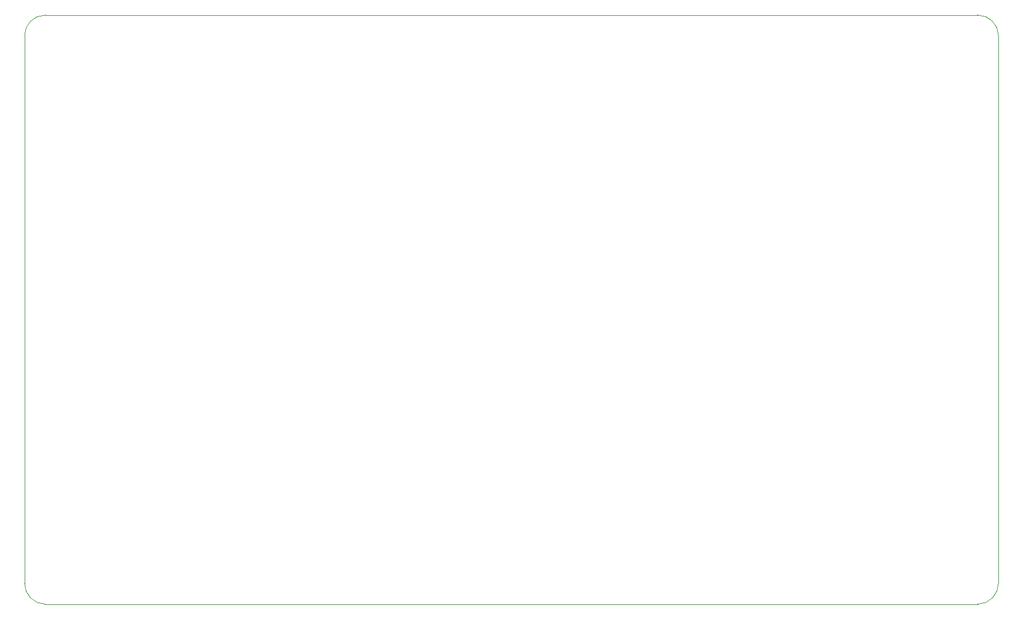
<source format=gbr>
%TF.GenerationSoftware,KiCad,Pcbnew,8.0.3*%
%TF.CreationDate,2024-07-09T16:52:22+05:30*%
%TF.ProjectId,ECG,4543472e-6b69-4636-9164-5f7063625858,rev?*%
%TF.SameCoordinates,Original*%
%TF.FileFunction,Profile,NP*%
%FSLAX46Y46*%
G04 Gerber Fmt 4.6, Leading zero omitted, Abs format (unit mm)*
G04 Created by KiCad (PCBNEW 8.0.3) date 2024-07-09 16:52:22*
%MOMM*%
%LPD*%
G01*
G04 APERTURE LIST*
%TA.AperFunction,Profile*%
%ADD10C,0.050000*%
%TD*%
G04 APERTURE END LIST*
D10*
X78500000Y-67000000D02*
G75*
G02*
X81500000Y-64000000I3000000J0D01*
G01*
X216000000Y-149000000D02*
X81500000Y-149000000D01*
X219000000Y-67000000D02*
X219000000Y-146000000D01*
X219000000Y-146000000D02*
G75*
G02*
X216000000Y-149000000I-3000000J0D01*
G01*
X78500000Y-146000000D02*
X78500000Y-67000000D01*
X216000000Y-64000000D02*
G75*
G02*
X219000000Y-67000000I0J-3000000D01*
G01*
X81500000Y-149000000D02*
G75*
G02*
X78500000Y-146000000I0J3000000D01*
G01*
X81500000Y-64000000D02*
X216000000Y-64000000D01*
M02*

</source>
